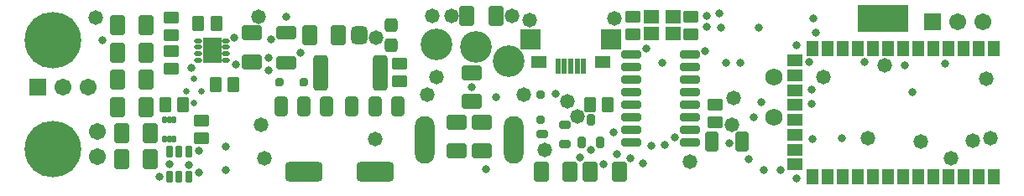
<source format=gbs>
G04*
G04 #@! TF.GenerationSoftware,Altium Limited,Altium Designer,19.1.5 (86)*
G04*
G04 Layer_Color=16711935*
%FSLAX25Y25*%
%MOIN*%
G70*
G01*
G75*
G04:AMPARAMS|DCode=24|XSize=78.87mil|YSize=59.18mil|CornerRadius=10.4mil|HoleSize=0mil|Usage=FLASHONLY|Rotation=90.000|XOffset=0mil|YOffset=0mil|HoleType=Round|Shape=RoundedRectangle|*
%AMROUNDEDRECTD24*
21,1,0.07887,0.03839,0,0,90.0*
21,1,0.05807,0.05918,0,0,90.0*
1,1,0.02080,0.01919,0.02904*
1,1,0.02080,0.01919,-0.02904*
1,1,0.02080,-0.01919,-0.02904*
1,1,0.02080,-0.01919,0.02904*
%
%ADD24ROUNDEDRECTD24*%
G04:AMPARAMS|DCode=25|XSize=78.87mil|YSize=59.18mil|CornerRadius=10.4mil|HoleSize=0mil|Usage=FLASHONLY|Rotation=180.000|XOffset=0mil|YOffset=0mil|HoleType=Round|Shape=RoundedRectangle|*
%AMROUNDEDRECTD25*
21,1,0.07887,0.03839,0,0,180.0*
21,1,0.05807,0.05918,0,0,180.0*
1,1,0.02080,-0.02904,0.01919*
1,1,0.02080,0.02904,0.01919*
1,1,0.02080,0.02904,-0.01919*
1,1,0.02080,-0.02904,-0.01919*
%
%ADD25ROUNDEDRECTD25*%
G04:AMPARAMS|DCode=29|XSize=31.62mil|YSize=47.37mil|CornerRadius=6.95mil|HoleSize=0mil|Usage=FLASHONLY|Rotation=90.000|XOffset=0mil|YOffset=0mil|HoleType=Round|Shape=RoundedRectangle|*
%AMROUNDEDRECTD29*
21,1,0.03162,0.03347,0,0,90.0*
21,1,0.01772,0.04737,0,0,90.0*
1,1,0.01391,0.01673,0.00886*
1,1,0.01391,0.01673,-0.00886*
1,1,0.01391,-0.01673,-0.00886*
1,1,0.01391,-0.01673,0.00886*
%
%ADD29ROUNDEDRECTD29*%
G04:AMPARAMS|DCode=33|XSize=78.87mil|YSize=53.28mil|CornerRadius=9.66mil|HoleSize=0mil|Usage=FLASHONLY|Rotation=270.000|XOffset=0mil|YOffset=0mil|HoleType=Round|Shape=RoundedRectangle|*
%AMROUNDEDRECTD33*
21,1,0.07887,0.03396,0,0,270.0*
21,1,0.05955,0.05328,0,0,270.0*
1,1,0.01932,-0.01698,-0.02977*
1,1,0.01932,-0.01698,0.02977*
1,1,0.01932,0.01698,0.02977*
1,1,0.01932,0.01698,-0.02977*
%
%ADD33ROUNDEDRECTD33*%
G04:AMPARAMS|DCode=34|XSize=78.87mil|YSize=53.28mil|CornerRadius=9.66mil|HoleSize=0mil|Usage=FLASHONLY|Rotation=180.000|XOffset=0mil|YOffset=0mil|HoleType=Round|Shape=RoundedRectangle|*
%AMROUNDEDRECTD34*
21,1,0.07887,0.03396,0,0,180.0*
21,1,0.05955,0.05328,0,0,180.0*
1,1,0.01932,-0.02977,0.01698*
1,1,0.01932,0.02977,0.01698*
1,1,0.01932,0.02977,-0.01698*
1,1,0.01932,-0.02977,-0.01698*
%
%ADD34ROUNDEDRECTD34*%
G04:AMPARAMS|DCode=35|XSize=63.12mil|YSize=47.37mil|CornerRadius=8.92mil|HoleSize=0mil|Usage=FLASHONLY|Rotation=0.000|XOffset=0mil|YOffset=0mil|HoleType=Round|Shape=RoundedRectangle|*
%AMROUNDEDRECTD35*
21,1,0.06312,0.02953,0,0,0.0*
21,1,0.04528,0.04737,0,0,0.0*
1,1,0.01784,0.02264,-0.01476*
1,1,0.01784,-0.02264,-0.01476*
1,1,0.01784,-0.02264,0.01476*
1,1,0.01784,0.02264,0.01476*
%
%ADD35ROUNDEDRECTD35*%
G04:AMPARAMS|DCode=36|XSize=63.12mil|YSize=47.37mil|CornerRadius=8.92mil|HoleSize=0mil|Usage=FLASHONLY|Rotation=90.000|XOffset=0mil|YOffset=0mil|HoleType=Round|Shape=RoundedRectangle|*
%AMROUNDEDRECTD36*
21,1,0.06312,0.02953,0,0,90.0*
21,1,0.04528,0.04737,0,0,90.0*
1,1,0.01784,0.01476,0.02264*
1,1,0.01784,0.01476,-0.02264*
1,1,0.01784,-0.01476,-0.02264*
1,1,0.01784,-0.01476,0.02264*
%
%ADD36ROUNDEDRECTD36*%
G04:AMPARAMS|DCode=40|XSize=51.31mil|YSize=76.9mil|CornerRadius=9.41mil|HoleSize=0mil|Usage=FLASHONLY|Rotation=180.000|XOffset=0mil|YOffset=0mil|HoleType=Round|Shape=RoundedRectangle|*
%AMROUNDEDRECTD40*
21,1,0.05131,0.05807,0,0,180.0*
21,1,0.03248,0.07690,0,0,180.0*
1,1,0.01883,-0.01624,0.02904*
1,1,0.01883,0.01624,0.02904*
1,1,0.01883,0.01624,-0.02904*
1,1,0.01883,-0.01624,-0.02904*
%
%ADD40ROUNDEDRECTD40*%
G04:AMPARAMS|DCode=41|XSize=51.31mil|YSize=76.9mil|CornerRadius=9.41mil|HoleSize=0mil|Usage=FLASHONLY|Rotation=180.000|XOffset=0mil|YOffset=0mil|HoleType=Round|Shape=RoundedRectangle|*
%AMROUNDEDRECTD41*
21,1,0.05131,0.05807,0,0,180.0*
21,1,0.03248,0.07690,0,0,180.0*
1,1,0.01883,-0.01624,0.02904*
1,1,0.01883,0.01624,0.02904*
1,1,0.01883,0.01624,-0.02904*
1,1,0.01883,-0.01624,-0.02904*
%
%ADD41ROUNDEDRECTD41*%
G04:AMPARAMS|DCode=42|XSize=145.8mil|YSize=76.9mil|CornerRadius=12.61mil|HoleSize=0mil|Usage=FLASHONLY|Rotation=180.000|XOffset=0mil|YOffset=0mil|HoleType=Round|Shape=RoundedRectangle|*
%AMROUNDEDRECTD42*
21,1,0.14580,0.05167,0,0,180.0*
21,1,0.12057,0.07690,0,0,180.0*
1,1,0.02522,-0.06029,0.02584*
1,1,0.02522,0.06029,0.02584*
1,1,0.02522,0.06029,-0.02584*
1,1,0.02522,-0.06029,-0.02584*
%
%ADD42ROUNDEDRECTD42*%
%ADD43C,0.06800*%
%ADD44C,0.06706*%
%ADD45R,0.20485X0.10642*%
%ADD46C,0.22453*%
%ADD47O,0.07887X0.18910*%
%ADD48C,0.12611*%
%ADD49R,0.06706X0.06706*%
%ADD50C,0.02572*%
%ADD51C,0.03162*%
%ADD52C,0.05800*%
%ADD126R,0.08280X0.08280*%
%ADD127R,0.05918X0.04737*%
%ADD128R,0.02375X0.06115*%
G04:AMPARAMS|DCode=129|XSize=139.89mil|YSize=57.21mil|CornerRadius=10.15mil|HoleSize=0mil|Usage=FLASHONLY|Rotation=90.000|XOffset=0mil|YOffset=0mil|HoleType=Round|Shape=RoundedRectangle|*
%AMROUNDEDRECTD129*
21,1,0.13989,0.03691,0,0,90.0*
21,1,0.11959,0.05721,0,0,90.0*
1,1,0.02030,0.01846,0.05979*
1,1,0.02030,0.01846,-0.05979*
1,1,0.02030,-0.01846,-0.05979*
1,1,0.02030,-0.01846,0.05979*
%
%ADD129ROUNDEDRECTD129*%
%ADD130R,0.06312X0.05524*%
G04:AMPARAMS|DCode=131|XSize=31.62mil|YSize=47.37mil|CornerRadius=6.95mil|HoleSize=0mil|Usage=FLASHONLY|Rotation=180.000|XOffset=0mil|YOffset=0mil|HoleType=Round|Shape=RoundedRectangle|*
%AMROUNDEDRECTD131*
21,1,0.03162,0.03347,0,0,180.0*
21,1,0.01772,0.04737,0,0,180.0*
1,1,0.01391,-0.00886,0.01673*
1,1,0.01391,0.00886,0.01673*
1,1,0.01391,0.00886,-0.01673*
1,1,0.01391,-0.00886,-0.01673*
%
%ADD131ROUNDEDRECTD131*%
%ADD132R,0.04740X0.05920*%
%ADD133R,0.05920X0.04740*%
G04:AMPARAMS|DCode=134|XSize=55.24mil|YSize=55.24mil|CornerRadius=15.81mil|HoleSize=0mil|Usage=FLASHONLY|Rotation=270.000|XOffset=0mil|YOffset=0mil|HoleType=Round|Shape=RoundedRectangle|*
%AMROUNDEDRECTD134*
21,1,0.05524,0.02362,0,0,270.0*
21,1,0.02362,0.05524,0,0,270.0*
1,1,0.03162,-0.01181,-0.01181*
1,1,0.03162,-0.01181,0.01181*
1,1,0.03162,0.01181,0.01181*
1,1,0.03162,0.01181,-0.01181*
%
%ADD134ROUNDEDRECTD134*%
G04:AMPARAMS|DCode=135|XSize=70.99mil|YSize=67.06mil|CornerRadius=18.76mil|HoleSize=0mil|Usage=FLASHONLY|Rotation=270.000|XOffset=0mil|YOffset=0mil|HoleType=Round|Shape=RoundedRectangle|*
%AMROUNDEDRECTD135*
21,1,0.07099,0.02953,0,0,270.0*
21,1,0.03347,0.06706,0,0,270.0*
1,1,0.03753,-0.01476,-0.01673*
1,1,0.03753,-0.01476,0.01673*
1,1,0.03753,0.01476,0.01673*
1,1,0.03753,0.01476,-0.01673*
%
%ADD135ROUNDEDRECTD135*%
G04:AMPARAMS|DCode=136|XSize=47.37mil|YSize=27.69mil|CornerRadius=8.92mil|HoleSize=0mil|Usage=FLASHONLY|Rotation=90.000|XOffset=0mil|YOffset=0mil|HoleType=Round|Shape=RoundedRectangle|*
%AMROUNDEDRECTD136*
21,1,0.04737,0.00984,0,0,90.0*
21,1,0.02953,0.02769,0,0,90.0*
1,1,0.01784,0.00492,0.01476*
1,1,0.01784,0.00492,-0.01476*
1,1,0.01784,-0.00492,-0.01476*
1,1,0.01784,-0.00492,0.01476*
%
%ADD136ROUNDEDRECTD136*%
%ADD137O,0.03162X0.01981*%
%ADD138R,0.07296X0.10249*%
G04:AMPARAMS|DCode=139|XSize=31.62mil|YSize=35.56mil|CornerRadius=6.95mil|HoleSize=0mil|Usage=FLASHONLY|Rotation=180.000|XOffset=0mil|YOffset=0mil|HoleType=Round|Shape=RoundedRectangle|*
%AMROUNDEDRECTD139*
21,1,0.03162,0.02165,0,0,180.0*
21,1,0.01772,0.03556,0,0,180.0*
1,1,0.01391,-0.00886,0.01083*
1,1,0.01391,0.00886,0.01083*
1,1,0.01391,0.00886,-0.01083*
1,1,0.01391,-0.00886,-0.01083*
%
%ADD139ROUNDEDRECTD139*%
G04:AMPARAMS|DCode=140|XSize=31.62mil|YSize=35.56mil|CornerRadius=6.95mil|HoleSize=0mil|Usage=FLASHONLY|Rotation=270.000|XOffset=0mil|YOffset=0mil|HoleType=Round|Shape=RoundedRectangle|*
%AMROUNDEDRECTD140*
21,1,0.03162,0.02165,0,0,270.0*
21,1,0.01772,0.03556,0,0,270.0*
1,1,0.01391,-0.01083,-0.00886*
1,1,0.01391,-0.01083,0.00886*
1,1,0.01391,0.01083,0.00886*
1,1,0.01391,0.01083,-0.00886*
%
%ADD140ROUNDEDRECTD140*%
G04:AMPARAMS|DCode=141|XSize=28.47mil|YSize=19.81mil|CornerRadius=6.95mil|HoleSize=0mil|Usage=FLASHONLY|Rotation=90.000|XOffset=0mil|YOffset=0mil|HoleType=Round|Shape=RoundedRectangle|*
%AMROUNDEDRECTD141*
21,1,0.02847,0.00591,0,0,90.0*
21,1,0.01457,0.01981,0,0,90.0*
1,1,0.01391,0.00295,0.00728*
1,1,0.01391,0.00295,-0.00728*
1,1,0.01391,-0.00295,-0.00728*
1,1,0.01391,-0.00295,0.00728*
%
%ADD141ROUNDEDRECTD141*%
G04:AMPARAMS|DCode=142|XSize=78.87mil|YSize=31.62mil|CornerRadius=9.91mil|HoleSize=0mil|Usage=FLASHONLY|Rotation=0.000|XOffset=0mil|YOffset=0mil|HoleType=Round|Shape=RoundedRectangle|*
%AMROUNDEDRECTD142*
21,1,0.07887,0.01181,0,0,0.0*
21,1,0.05906,0.03162,0,0,0.0*
1,1,0.01981,0.02953,-0.00591*
1,1,0.01981,-0.02953,-0.00591*
1,1,0.01981,-0.02953,0.00591*
1,1,0.01981,0.02953,0.00591*
%
%ADD142ROUNDEDRECTD142*%
D24*
X41535Y64961D02*
D03*
X52953D02*
D03*
X41535Y54134D02*
D03*
X52953D02*
D03*
X117717Y61024D02*
D03*
X129134D02*
D03*
X41535Y43307D02*
D03*
X52953D02*
D03*
X41535Y32480D02*
D03*
X52953D02*
D03*
X43110Y22047D02*
D03*
X54528D02*
D03*
Y11811D02*
D03*
X43110D02*
D03*
X209842Y6890D02*
D03*
X221260D02*
D03*
X229331Y6890D02*
D03*
X240748D02*
D03*
X180315Y68898D02*
D03*
X191732D02*
D03*
D25*
X94882Y50591D02*
D03*
Y62008D02*
D03*
X176181Y26378D02*
D03*
Y14961D02*
D03*
X186024D02*
D03*
Y26378D02*
D03*
X182087Y34646D02*
D03*
Y46063D02*
D03*
D29*
X219094Y25394D02*
D03*
Y17913D02*
D03*
X210039Y21654D02*
D03*
D33*
X289370Y18701D02*
D03*
X277559D02*
D03*
D34*
X108661Y62008D02*
D03*
Y50197D02*
D03*
D35*
X62992Y68110D02*
D03*
Y61024D02*
D03*
X153543Y42717D02*
D03*
Y49803D02*
D03*
X62992Y54724D02*
D03*
Y47638D02*
D03*
X74803Y20079D02*
D03*
Y27165D02*
D03*
X278740Y33465D02*
D03*
Y26378D02*
D03*
X269291Y61417D02*
D03*
Y68504D02*
D03*
X246063Y61417D02*
D03*
Y68504D02*
D03*
D36*
X73622Y65748D02*
D03*
X80709D02*
D03*
X87598Y41339D02*
D03*
X80512D02*
D03*
X60433Y33465D02*
D03*
X67520D02*
D03*
X236221D02*
D03*
X229134D02*
D03*
D40*
X134646Y32677D02*
D03*
X106496D02*
D03*
D41*
X143701D02*
D03*
X152756D02*
D03*
X115551D02*
D03*
X124606D02*
D03*
D42*
X143701Y6693D02*
D03*
X115551D02*
D03*
D43*
X302165Y28543D02*
D03*
Y44291D02*
D03*
D44*
X33465Y22716D02*
D03*
Y12717D02*
D03*
X375197Y66535D02*
D03*
X385197D02*
D03*
X19685Y40354D02*
D03*
X29685D02*
D03*
D45*
X345472Y67913D02*
D03*
D46*
X15748Y59055D02*
D03*
Y15748D02*
D03*
D47*
X163386Y19291D02*
D03*
X198819D02*
D03*
D48*
X183858Y56299D02*
D03*
X168110Y57480D02*
D03*
X196850Y50787D02*
D03*
D49*
X365197Y66535D02*
D03*
X9685Y40354D02*
D03*
D50*
X74803Y38917D02*
D03*
X68898D02*
D03*
X71850Y43839D02*
D03*
Y33996D02*
D03*
X79134Y51279D02*
D03*
Y58760D02*
D03*
X81102Y55020D02*
D03*
X77165D02*
D03*
D51*
X245177Y12205D02*
D03*
X284449Y18110D02*
D03*
X338090Y50492D02*
D03*
X316240Y50394D02*
D03*
X274902Y54724D02*
D03*
X101575Y52264D02*
D03*
X73917Y14961D02*
D03*
X73819Y6299D02*
D03*
X275590Y64468D02*
D03*
Y68898D02*
D03*
X258760Y17421D02*
D03*
X253543Y17028D02*
D03*
X262697Y20406D02*
D03*
X280512Y69882D02*
D03*
X215354Y37795D02*
D03*
X187992Y7874D02*
D03*
X191929Y36417D02*
D03*
X182087Y40354D02*
D03*
X238583Y22441D02*
D03*
X225197Y12598D02*
D03*
X234646Y9843D02*
D03*
X239764Y13780D02*
D03*
X108661Y68504D02*
D03*
X102362Y59449D02*
D03*
X229528Y15354D02*
D03*
X251575Y55905D02*
D03*
X257874Y50000D02*
D03*
X283071D02*
D03*
X288976D02*
D03*
X281102Y64173D02*
D03*
X317323Y33858D02*
D03*
Y39370D02*
D03*
X329134Y20079D02*
D03*
X317543Y19906D02*
D03*
X292323Y11811D02*
D03*
X298228Y7283D02*
D03*
X304724Y7480D02*
D03*
X311024Y3937D02*
D03*
X250181Y10055D02*
D03*
X297244Y34449D02*
D03*
X294291Y28543D02*
D03*
X296260Y63976D02*
D03*
X318996Y62106D02*
D03*
X317913Y67913D02*
D03*
X311024Y57087D02*
D03*
X354331Y49213D02*
D03*
X357283Y38386D02*
D03*
X370079Y49902D02*
D03*
X114173Y54134D02*
D03*
X35433Y59055D02*
D03*
X87865Y60236D02*
D03*
X84646Y7382D02*
D03*
X101378Y47244D02*
D03*
X84646Y16732D02*
D03*
X88583Y49370D02*
D03*
X70866Y48228D02*
D03*
X69685Y9449D02*
D03*
X62205Y9646D02*
D03*
X58071Y4921D02*
D03*
D52*
X381269Y19064D02*
D03*
X224311Y28740D02*
D03*
X166339Y68898D02*
D03*
X174213D02*
D03*
X198031D02*
D03*
X205118Y67028D02*
D03*
X164370Y37402D02*
D03*
X211024Y15551D02*
D03*
X202756Y37402D02*
D03*
X143701Y19685D02*
D03*
X168307Y44291D02*
D03*
X238976Y67716D02*
D03*
X220079Y34646D02*
D03*
X285433Y25591D02*
D03*
X286024Y36024D02*
D03*
X268701Y10827D02*
D03*
X321850Y44291D02*
D03*
X386409Y43890D02*
D03*
X360630Y18898D02*
D03*
X372441Y12205D02*
D03*
X388189Y20079D02*
D03*
X339478Y19990D02*
D03*
X346240Y49213D02*
D03*
X99783Y11988D02*
D03*
X32677Y68110D02*
D03*
X97638Y68504D02*
D03*
X98425Y25591D02*
D03*
X144095Y60039D02*
D03*
D126*
X237402Y59402D02*
D03*
X205512D02*
D03*
D127*
X234055Y50539D02*
D03*
X208858D02*
D03*
D128*
X226575Y48866D02*
D03*
X224016D02*
D03*
X221457D02*
D03*
X218898D02*
D03*
X216339D02*
D03*
D129*
X145669Y46260D02*
D03*
X122047D02*
D03*
D130*
X262205Y68307D02*
D03*
Y61614D02*
D03*
X253543D02*
D03*
Y68307D02*
D03*
D131*
X233268Y18307D02*
D03*
X225787D02*
D03*
X229528Y27362D02*
D03*
D132*
X389543Y4724D02*
D03*
X383543D02*
D03*
X377543D02*
D03*
X371543D02*
D03*
X365543D02*
D03*
X359543D02*
D03*
X353543D02*
D03*
X347543D02*
D03*
X341543D02*
D03*
X335543D02*
D03*
X329543D02*
D03*
X323543D02*
D03*
X317543D02*
D03*
X389543Y55924D02*
D03*
X383543D02*
D03*
X377543D02*
D03*
X371543D02*
D03*
X365543D02*
D03*
X359543D02*
D03*
X353543D02*
D03*
X347543D02*
D03*
X341543D02*
D03*
X335543D02*
D03*
X329543D02*
D03*
X323543D02*
D03*
X317543D02*
D03*
D133*
X310443Y9624D02*
D03*
Y15524D02*
D03*
Y21424D02*
D03*
Y27324D02*
D03*
Y33324D02*
D03*
Y39224D02*
D03*
Y45124D02*
D03*
Y51024D02*
D03*
D134*
X150197Y57087D02*
D03*
Y64961D02*
D03*
D135*
X137402Y61024D02*
D03*
D136*
X69685Y4823D02*
D03*
X65945D02*
D03*
X62205D02*
D03*
X69685Y14862D02*
D03*
X65945D02*
D03*
X62205D02*
D03*
D137*
X84646Y51181D02*
D03*
Y53740D02*
D03*
Y56299D02*
D03*
Y58858D02*
D03*
X73622D02*
D03*
Y56299D02*
D03*
Y53740D02*
D03*
Y51181D02*
D03*
D138*
X79134Y55020D02*
D03*
D139*
X115551Y42323D02*
D03*
X105709D02*
D03*
D140*
X209646Y37402D02*
D03*
Y27559D02*
D03*
D141*
X60039Y27323D02*
D03*
X62008D02*
D03*
X63976D02*
D03*
X60039Y19921D02*
D03*
X62008D02*
D03*
X63976D02*
D03*
D142*
X268787Y53327D02*
D03*
Y48327D02*
D03*
Y43327D02*
D03*
Y38327D02*
D03*
Y33327D02*
D03*
Y28327D02*
D03*
Y23327D02*
D03*
Y18327D02*
D03*
X245387Y53327D02*
D03*
Y48327D02*
D03*
Y43327D02*
D03*
Y38327D02*
D03*
Y33327D02*
D03*
Y28327D02*
D03*
Y23327D02*
D03*
Y18327D02*
D03*
M02*

</source>
